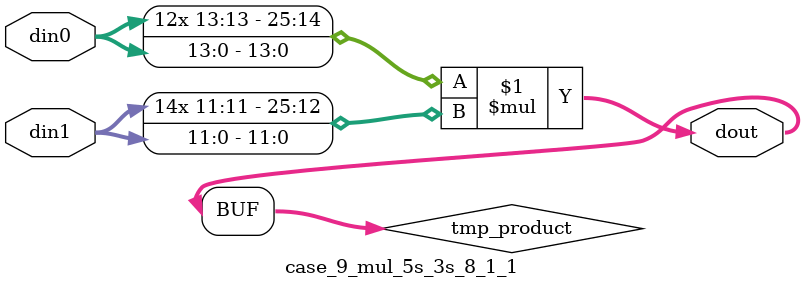
<source format=v>

`timescale 1 ns / 1 ps

 module case_9_mul_5s_3s_8_1_1(din0, din1, dout);
parameter ID = 1;
parameter NUM_STAGE = 0;
parameter din0_WIDTH = 14;
parameter din1_WIDTH = 12;
parameter dout_WIDTH = 26;

input [din0_WIDTH - 1 : 0] din0; 
input [din1_WIDTH - 1 : 0] din1; 
output [dout_WIDTH - 1 : 0] dout;

wire signed [dout_WIDTH - 1 : 0] tmp_product;



























assign tmp_product = $signed(din0) * $signed(din1);








assign dout = tmp_product;





















endmodule

</source>
